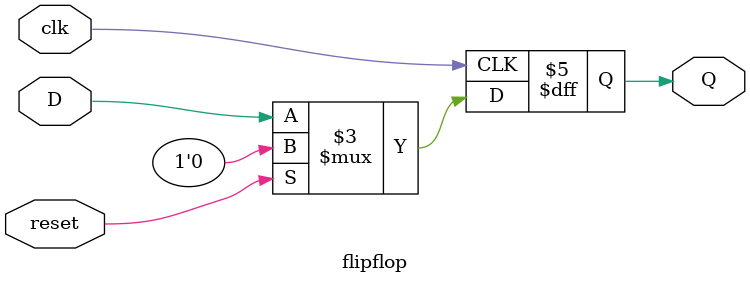
<source format=sv>

module flipflop(
	input logic D, reset, clk,
	output logic Q
	);
		
	always_ff @(posedge clk)
		if (reset)
			Q <= 0;
		else
			Q <= D;
endmodule

</source>
